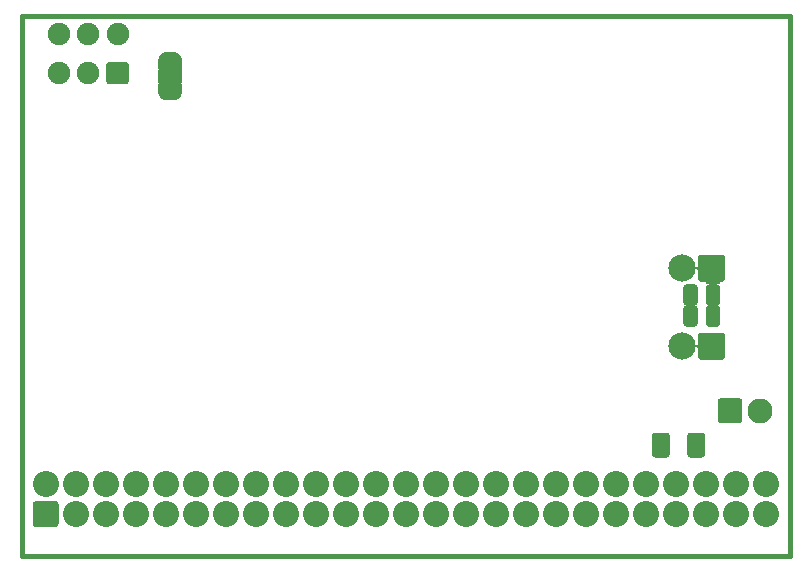
<source format=gbs>
G04 #@! TF.GenerationSoftware,KiCad,Pcbnew,(5.1.10)-1*
G04 #@! TF.CreationDate,2022-11-15T18:30:11+01:00*
G04 #@! TF.ProjectId,ramcard,72616d63-6172-4642-9e6b-696361645f70,2020*
G04 #@! TF.SameCoordinates,Original*
G04 #@! TF.FileFunction,Soldermask,Bot*
G04 #@! TF.FilePolarity,Negative*
%FSLAX46Y46*%
G04 Gerber Fmt 4.6, Leading zero omitted, Abs format (unit mm)*
G04 Created by KiCad (PCBNEW (5.1.10)-1) date 2022-11-15 18:30:11*
%MOMM*%
%LPD*%
G01*
G04 APERTURE LIST*
G04 #@! TA.AperFunction,Profile*
%ADD10C,0.381000*%
G04 #@! TD*
%ADD11C,2.108000*%
%ADD12O,2.208000X2.208000*%
%ADD13C,1.908000*%
%ADD14C,2.308000*%
%ADD15C,0.150000*%
G04 APERTURE END LIST*
D10*
X112014000Y-70104000D02*
X46990000Y-70104000D01*
X112014000Y-24384000D02*
X112014000Y-70104000D01*
X46990000Y-24384000D02*
X112014000Y-24384000D01*
X46990000Y-70104000D02*
X46990000Y-24384000D01*
X112014000Y-70104000D02*
X46990000Y-70104000D01*
X112014000Y-24384000D02*
X112014000Y-70104000D01*
X46990000Y-24384000D02*
X112014000Y-24384000D01*
X46990000Y-70104000D02*
X46990000Y-24384000D01*
G36*
G01*
X105920000Y-58585000D02*
X105920000Y-56985000D01*
G75*
G02*
X106174000Y-56731000I254000J0D01*
G01*
X107774000Y-56731000D01*
G75*
G02*
X108028000Y-56985000I0J-254000D01*
G01*
X108028000Y-58585000D01*
G75*
G02*
X107774000Y-58839000I-254000J0D01*
G01*
X106174000Y-58839000D01*
G75*
G02*
X105920000Y-58585000I0J254000D01*
G01*
G37*
D11*
X109474000Y-57785000D03*
D12*
X109982000Y-64008000D03*
X109982000Y-66548000D03*
X107442000Y-64008000D03*
X107442000Y-66548000D03*
X104902000Y-64008000D03*
X104902000Y-66548000D03*
X102362000Y-64008000D03*
X102362000Y-66548000D03*
X99822000Y-64008000D03*
X99822000Y-66548000D03*
X97282000Y-64008000D03*
X97282000Y-66548000D03*
X94742000Y-64008000D03*
X94742000Y-66548000D03*
X92202000Y-64008000D03*
X92202000Y-66548000D03*
X89662000Y-64008000D03*
X89662000Y-66548000D03*
X87122000Y-64008000D03*
X87122000Y-66548000D03*
X84582000Y-64008000D03*
X84582000Y-66548000D03*
X82042000Y-64008000D03*
X82042000Y-66548000D03*
X79502000Y-64008000D03*
X79502000Y-66548000D03*
X76962000Y-64008000D03*
X76962000Y-66548000D03*
X74422000Y-64008000D03*
X74422000Y-66548000D03*
X71882000Y-64008000D03*
X71882000Y-66548000D03*
X69342000Y-64008000D03*
X69342000Y-66548000D03*
X66802000Y-64008000D03*
X66802000Y-66548000D03*
X64262000Y-64008000D03*
X64262000Y-66548000D03*
X61722000Y-64008000D03*
X61722000Y-66548000D03*
X59182000Y-64008000D03*
X59182000Y-66548000D03*
X56642000Y-64008000D03*
X56642000Y-66548000D03*
X54102000Y-64008000D03*
X54102000Y-66548000D03*
X51562000Y-64008000D03*
X51562000Y-66548000D03*
X49022000Y-64008000D03*
G36*
G01*
X49872000Y-67652000D02*
X48172000Y-67652000D01*
G75*
G02*
X47918000Y-67398000I0J254000D01*
G01*
X47918000Y-65698000D01*
G75*
G02*
X48172000Y-65444000I254000J0D01*
G01*
X49872000Y-65444000D01*
G75*
G02*
X50126000Y-65698000I0J-254000D01*
G01*
X50126000Y-67398000D01*
G75*
G02*
X49872000Y-67652000I-254000J0D01*
G01*
G37*
D13*
X50118000Y-25910000D03*
X52618000Y-25910000D03*
X55118000Y-25910000D03*
X50118000Y-29210000D03*
X52618000Y-29210000D03*
G36*
G01*
X56072000Y-28509999D02*
X56072000Y-29910001D01*
G75*
G02*
X55818001Y-30164000I-253999J0D01*
G01*
X54417999Y-30164000D01*
G75*
G02*
X54164000Y-29910001I0J253999D01*
G01*
X54164000Y-28509999D01*
G75*
G02*
X54417999Y-28256000I253999J0D01*
G01*
X55818001Y-28256000D01*
G75*
G02*
X56072000Y-28509999I0J-253999D01*
G01*
G37*
D14*
X102870000Y-45720000D03*
G36*
G01*
X106564000Y-44820000D02*
X106564000Y-46620000D01*
G75*
G02*
X106310000Y-46874000I-254000J0D01*
G01*
X104510000Y-46874000D01*
G75*
G02*
X104256000Y-46620000I0J254000D01*
G01*
X104256000Y-44820000D01*
G75*
G02*
X104510000Y-44566000I254000J0D01*
G01*
X106310000Y-44566000D01*
G75*
G02*
X106564000Y-44820000I0J-254000D01*
G01*
G37*
G36*
G01*
X106564000Y-51424000D02*
X106564000Y-53224000D01*
G75*
G02*
X106310000Y-53478000I-254000J0D01*
G01*
X104510000Y-53478000D01*
G75*
G02*
X104256000Y-53224000I0J254000D01*
G01*
X104256000Y-51424000D01*
G75*
G02*
X104510000Y-51170000I254000J0D01*
G01*
X106310000Y-51170000D01*
G75*
G02*
X106564000Y-51424000I0J-254000D01*
G01*
G37*
X102870000Y-52324000D03*
G36*
G01*
X103028000Y-48656000D02*
X103028000Y-47356000D01*
G75*
G02*
X103282000Y-47102000I254000J0D01*
G01*
X103982000Y-47102000D01*
G75*
G02*
X104236000Y-47356000I0J-254000D01*
G01*
X104236000Y-48656000D01*
G75*
G02*
X103982000Y-48910000I-254000J0D01*
G01*
X103282000Y-48910000D01*
G75*
G02*
X103028000Y-48656000I0J254000D01*
G01*
G37*
G36*
G01*
X104928000Y-48656000D02*
X104928000Y-47356000D01*
G75*
G02*
X105182000Y-47102000I254000J0D01*
G01*
X105882000Y-47102000D01*
G75*
G02*
X106136000Y-47356000I0J-254000D01*
G01*
X106136000Y-48656000D01*
G75*
G02*
X105882000Y-48910000I-254000J0D01*
G01*
X105182000Y-48910000D01*
G75*
G02*
X104928000Y-48656000I0J254000D01*
G01*
G37*
G36*
G01*
X104928000Y-50434000D02*
X104928000Y-49134000D01*
G75*
G02*
X105182000Y-48880000I254000J0D01*
G01*
X105882000Y-48880000D01*
G75*
G02*
X106136000Y-49134000I0J-254000D01*
G01*
X106136000Y-50434000D01*
G75*
G02*
X105882000Y-50688000I-254000J0D01*
G01*
X105182000Y-50688000D01*
G75*
G02*
X104928000Y-50434000I0J254000D01*
G01*
G37*
G36*
G01*
X103028000Y-50434000D02*
X103028000Y-49134000D01*
G75*
G02*
X103282000Y-48880000I254000J0D01*
G01*
X103982000Y-48880000D01*
G75*
G02*
X104236000Y-49134000I0J-254000D01*
G01*
X104236000Y-50434000D01*
G75*
G02*
X103982000Y-50688000I-254000J0D01*
G01*
X103282000Y-50688000D01*
G75*
G02*
X103028000Y-50434000I0J254000D01*
G01*
G37*
G36*
G01*
X103362000Y-61506000D02*
X103362000Y-59906000D01*
G75*
G02*
X103616000Y-59652000I254000J0D01*
G01*
X104616000Y-59652000D01*
G75*
G02*
X104870000Y-59906000I0J-254000D01*
G01*
X104870000Y-61506000D01*
G75*
G02*
X104616000Y-61760000I-254000J0D01*
G01*
X103616000Y-61760000D01*
G75*
G02*
X103362000Y-61506000I0J254000D01*
G01*
G37*
G36*
G01*
X100362000Y-61506000D02*
X100362000Y-59906000D01*
G75*
G02*
X100616000Y-59652000I254000J0D01*
G01*
X101616000Y-59652000D01*
G75*
G02*
X101870000Y-59906000I0J-254000D01*
G01*
X101870000Y-61506000D01*
G75*
G02*
X101616000Y-61760000I-254000J0D01*
G01*
X100616000Y-61760000D01*
G75*
G02*
X100362000Y-61506000I0J254000D01*
G01*
G37*
D15*
G36*
X60566398Y-30770112D02*
G01*
X60566398Y-30788534D01*
X60565175Y-30813433D01*
X60560365Y-30862264D01*
X60556708Y-30886915D01*
X60547136Y-30935040D01*
X60541078Y-30959224D01*
X60526834Y-31006179D01*
X60518438Y-31029644D01*
X60499661Y-31074977D01*
X60489001Y-31097517D01*
X60465870Y-31140790D01*
X60453060Y-31162162D01*
X60425800Y-31202961D01*
X60410947Y-31222987D01*
X60379819Y-31260916D01*
X60363081Y-31279384D01*
X60328384Y-31314081D01*
X60309916Y-31330819D01*
X60271987Y-31361947D01*
X60251961Y-31376800D01*
X60211162Y-31404060D01*
X60189790Y-31416870D01*
X60146517Y-31440001D01*
X60123977Y-31450661D01*
X60078644Y-31469438D01*
X60055179Y-31477834D01*
X60008224Y-31492078D01*
X59984040Y-31498136D01*
X59935915Y-31507708D01*
X59911264Y-31511365D01*
X59862433Y-31516175D01*
X59837534Y-31517398D01*
X59819112Y-31517398D01*
X59813000Y-31518000D01*
X59313000Y-31518000D01*
X59306888Y-31517398D01*
X59288466Y-31517398D01*
X59263567Y-31516175D01*
X59214736Y-31511365D01*
X59190085Y-31507708D01*
X59141960Y-31498136D01*
X59117776Y-31492078D01*
X59070821Y-31477834D01*
X59047356Y-31469438D01*
X59002023Y-31450661D01*
X58979483Y-31440001D01*
X58936210Y-31416870D01*
X58914838Y-31404060D01*
X58874039Y-31376800D01*
X58854013Y-31361947D01*
X58816084Y-31330819D01*
X58797616Y-31314081D01*
X58762919Y-31279384D01*
X58746181Y-31260916D01*
X58715053Y-31222987D01*
X58700200Y-31202961D01*
X58672940Y-31162162D01*
X58660130Y-31140790D01*
X58636999Y-31097517D01*
X58626339Y-31074977D01*
X58607562Y-31029644D01*
X58599166Y-31006179D01*
X58584922Y-30959224D01*
X58578864Y-30935040D01*
X58569292Y-30886915D01*
X58565635Y-30862264D01*
X58560825Y-30813433D01*
X58559602Y-30788534D01*
X58559602Y-30770112D01*
X58559000Y-30764000D01*
X58559000Y-30214000D01*
X58563881Y-30164447D01*
X58578335Y-30116798D01*
X58601807Y-30072885D01*
X58633395Y-30034395D01*
X58671885Y-30002807D01*
X58715798Y-29979335D01*
X58763447Y-29964881D01*
X58813000Y-29960000D01*
X60313000Y-29960000D01*
X60362553Y-29964881D01*
X60410202Y-29979335D01*
X60454115Y-30002807D01*
X60492605Y-30034395D01*
X60524193Y-30072885D01*
X60547665Y-30116798D01*
X60562119Y-30164447D01*
X60567000Y-30214000D01*
X60567000Y-30764000D01*
X60566398Y-30770112D01*
G37*
G36*
G01*
X58813000Y-28710000D02*
X60313000Y-28710000D01*
G75*
G02*
X60567000Y-28964000I0J-254000D01*
G01*
X60567000Y-29964000D01*
G75*
G02*
X60313000Y-30218000I-254000J0D01*
G01*
X58813000Y-30218000D01*
G75*
G02*
X58559000Y-29964000I0J254000D01*
G01*
X58559000Y-28964000D01*
G75*
G02*
X58813000Y-28710000I254000J0D01*
G01*
G37*
G36*
X60562119Y-28763553D02*
G01*
X60547665Y-28811202D01*
X60524193Y-28855115D01*
X60492605Y-28893605D01*
X60454115Y-28925193D01*
X60410202Y-28948665D01*
X60362553Y-28963119D01*
X60313000Y-28968000D01*
X58813000Y-28968000D01*
X58763447Y-28963119D01*
X58715798Y-28948665D01*
X58671885Y-28925193D01*
X58633395Y-28893605D01*
X58601807Y-28855115D01*
X58578335Y-28811202D01*
X58563881Y-28763553D01*
X58559000Y-28714000D01*
X58559000Y-28164000D01*
X58559602Y-28157888D01*
X58559602Y-28139466D01*
X58560825Y-28114567D01*
X58565635Y-28065736D01*
X58569292Y-28041085D01*
X58578864Y-27992960D01*
X58584922Y-27968776D01*
X58599166Y-27921821D01*
X58607562Y-27898356D01*
X58626339Y-27853023D01*
X58636999Y-27830483D01*
X58660130Y-27787210D01*
X58672940Y-27765838D01*
X58700200Y-27725039D01*
X58715053Y-27705013D01*
X58746181Y-27667084D01*
X58762919Y-27648616D01*
X58797616Y-27613919D01*
X58816084Y-27597181D01*
X58854013Y-27566053D01*
X58874039Y-27551200D01*
X58914838Y-27523940D01*
X58936210Y-27511130D01*
X58979483Y-27487999D01*
X59002023Y-27477339D01*
X59047356Y-27458562D01*
X59070821Y-27450166D01*
X59117776Y-27435922D01*
X59141960Y-27429864D01*
X59190085Y-27420292D01*
X59214736Y-27416635D01*
X59263567Y-27411825D01*
X59288466Y-27410602D01*
X59306888Y-27410602D01*
X59313000Y-27410000D01*
X59813000Y-27410000D01*
X59819112Y-27410602D01*
X59837534Y-27410602D01*
X59862433Y-27411825D01*
X59911264Y-27416635D01*
X59935915Y-27420292D01*
X59984040Y-27429864D01*
X60008224Y-27435922D01*
X60055179Y-27450166D01*
X60078644Y-27458562D01*
X60123977Y-27477339D01*
X60146517Y-27487999D01*
X60189790Y-27511130D01*
X60211162Y-27523940D01*
X60251961Y-27551200D01*
X60271987Y-27566053D01*
X60309916Y-27597181D01*
X60328384Y-27613919D01*
X60363081Y-27648616D01*
X60379819Y-27667084D01*
X60410947Y-27705013D01*
X60425800Y-27725039D01*
X60453060Y-27765838D01*
X60465870Y-27787210D01*
X60489001Y-27830483D01*
X60499661Y-27853023D01*
X60518438Y-27898356D01*
X60526834Y-27921821D01*
X60541078Y-27968776D01*
X60547136Y-27992960D01*
X60556708Y-28041085D01*
X60560365Y-28065736D01*
X60565175Y-28114567D01*
X60566398Y-28139466D01*
X60566398Y-28157888D01*
X60567000Y-28164000D01*
X60567000Y-28714000D01*
X60562119Y-28763553D01*
G37*
G36*
X104257165Y-52137491D02*
G01*
X104258000Y-52139117D01*
X104258000Y-52508883D01*
X104257000Y-52510615D01*
X104255000Y-52510615D01*
X104254010Y-52509079D01*
X104251628Y-52484892D01*
X104244628Y-52461817D01*
X104233263Y-52440553D01*
X104217968Y-52421916D01*
X104199331Y-52406621D01*
X104178067Y-52395256D01*
X104154992Y-52388256D01*
X104131001Y-52385893D01*
X104107010Y-52388256D01*
X104083935Y-52395256D01*
X104062671Y-52406621D01*
X104044034Y-52421916D01*
X104028739Y-52440553D01*
X104017374Y-52461817D01*
X104012100Y-52479203D01*
X104010640Y-52480570D01*
X104008726Y-52479989D01*
X104008224Y-52478232D01*
X104016443Y-52436913D01*
X104016443Y-52211087D01*
X104008224Y-52169768D01*
X104008867Y-52167874D01*
X104010829Y-52167484D01*
X104012100Y-52168797D01*
X104017374Y-52186183D01*
X104028739Y-52207446D01*
X104044034Y-52226083D01*
X104062671Y-52241379D01*
X104083935Y-52252744D01*
X104107010Y-52259744D01*
X104131001Y-52262107D01*
X104154992Y-52259744D01*
X104178067Y-52252744D01*
X104199330Y-52241379D01*
X104217967Y-52226084D01*
X104233263Y-52207447D01*
X104244628Y-52186183D01*
X104251628Y-52163108D01*
X104254010Y-52138921D01*
X104255175Y-52137295D01*
X104257165Y-52137491D01*
G37*
G36*
X106262731Y-46873000D02*
G01*
X106262731Y-46875000D01*
X106261195Y-46875990D01*
X106237008Y-46878372D01*
X106213933Y-46885372D01*
X106192669Y-46896737D01*
X106174032Y-46912032D01*
X106158737Y-46930669D01*
X106147372Y-46951933D01*
X106140372Y-46975008D01*
X106138000Y-46999093D01*
X106138000Y-47102000D01*
X106137000Y-47103732D01*
X106136000Y-47104000D01*
X104928000Y-47104000D01*
X104926268Y-47103000D01*
X104926000Y-47102000D01*
X104926000Y-46999093D01*
X104923628Y-46975008D01*
X104916628Y-46951933D01*
X104905263Y-46930669D01*
X104889968Y-46912032D01*
X104871331Y-46896737D01*
X104850067Y-46885372D01*
X104826992Y-46878372D01*
X104802805Y-46875990D01*
X104801179Y-46874825D01*
X104801375Y-46872835D01*
X104803001Y-46872000D01*
X106260999Y-46872000D01*
X106262731Y-46873000D01*
G37*
G36*
X104257165Y-45533491D02*
G01*
X104258000Y-45535117D01*
X104258000Y-45904883D01*
X104257000Y-45906615D01*
X104255000Y-45906615D01*
X104254010Y-45905079D01*
X104251628Y-45880892D01*
X104244628Y-45857817D01*
X104233263Y-45836553D01*
X104217968Y-45817916D01*
X104199331Y-45802621D01*
X104178067Y-45791256D01*
X104154992Y-45784256D01*
X104131001Y-45781893D01*
X104107010Y-45784256D01*
X104083935Y-45791256D01*
X104062671Y-45802621D01*
X104044034Y-45817916D01*
X104028739Y-45836553D01*
X104017374Y-45857817D01*
X104012100Y-45875203D01*
X104010640Y-45876570D01*
X104008726Y-45875989D01*
X104008224Y-45874232D01*
X104016443Y-45832913D01*
X104016443Y-45607087D01*
X104008224Y-45565768D01*
X104008867Y-45563874D01*
X104010829Y-45563484D01*
X104012100Y-45564797D01*
X104017374Y-45582183D01*
X104028739Y-45603446D01*
X104044034Y-45622083D01*
X104062671Y-45637379D01*
X104083935Y-45648744D01*
X104107010Y-45655744D01*
X104131001Y-45658107D01*
X104154992Y-45655744D01*
X104178067Y-45648744D01*
X104199330Y-45637379D01*
X104217967Y-45622084D01*
X104233263Y-45603447D01*
X104244628Y-45582183D01*
X104251628Y-45559108D01*
X104254010Y-45534921D01*
X104255175Y-45533295D01*
X104257165Y-45533491D01*
G37*
M02*

</source>
